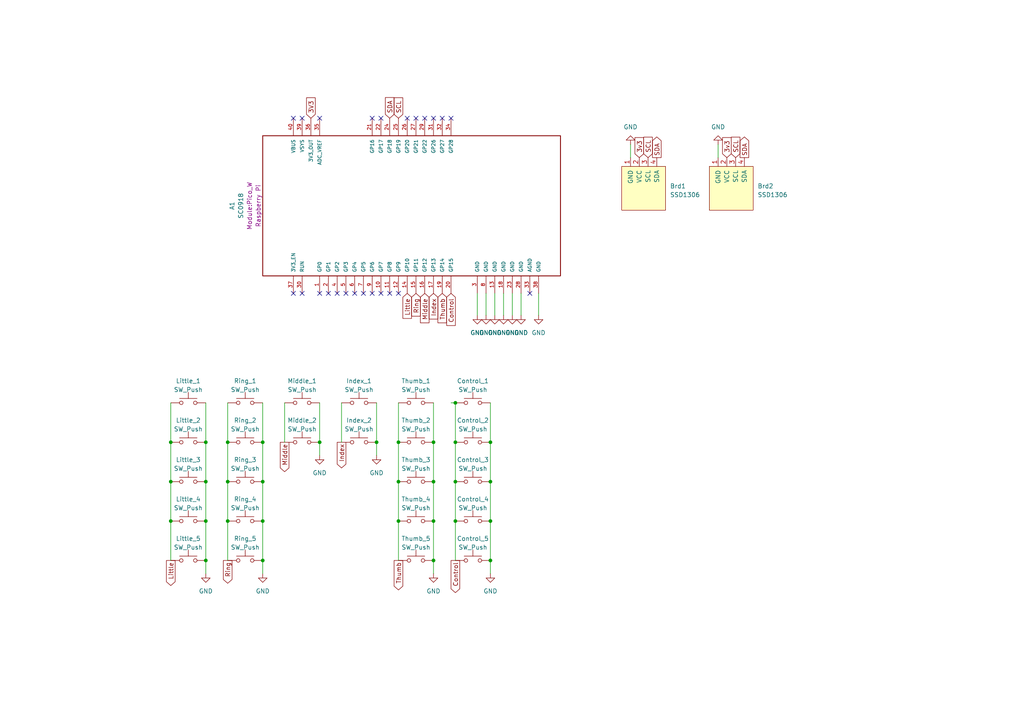
<source format=kicad_sch>
(kicad_sch (version 20230121) (generator eeschema)
  (paper "A4")
  (title_block (title "Blue Chords Keyboard") (date "2023-05-23") (rev "2.0") (company "Rob Miles"))
  (lib_symbols
    (symbol "PICO:SC0918" (pin_names (offset 1.016))
      (property "Reference" "A1" (at 0 58.42 0))
      (property "Value" "SC0918" (at 0 55.88 0))
      (property "Footprint" "Raspberry Pi.pretty:MODULE_SC0918" (at -12.7 -46.99 0))
      (property "manufacturer" "Raspberry Pi" (at 0 53.34 0))
      (symbol "SC0918_0_0"
        (rectangle (start -20.32 -43.18) (end 20.32 43.18) (stroke (width 0.254)))
        (pin bidirectional line (at -25.4 26.67 0) (length 5.08) (name "GP0") (number "1"))
        (pin bidirectional line (at -25.4 8.89 0) (length 5.08) (name "GP7") (number "10"))
        (pin bidirectional line (at -25.4 6.35 0) (length 5.08) (name "GP8") (number "11"))
        (pin bidirectional line (at -25.4 3.81 0) (length 5.08) (name "GP9") (number "12"))
        (pin power_in line (at -25.4 -24.13 0) (length 5.08) (name "GND") (number "13"))
        (pin bidirectional line (at -25.4 1.27 0) (length 5.08) (name "GP10") (number "14"))
        (pin bidirectional line (at -25.4 -1.27 0) (length 5.08) (name "GP11") (number "15"))
        (pin bidirectional line (at -25.4 -3.81 0) (length 5.08) (name "GP12") (number "16"))
        (pin bidirectional line (at -25.4 -6.35 0) (length 5.08) (name "GP13") (number "17"))
        (pin power_in line (at -25.4 -26.67 0) (length 5.08) (name "GND") (number "18"))
        (pin bidirectional line (at -25.4 -8.89 0) (length 5.08) (name "GP14") (number "19"))
        (pin bidirectional line (at -25.4 24.13 0) (length 5.08) (name "GP1") (number "2"))
        (pin bidirectional line (at -25.4 -11.43 0) (length 5.08) (name "GP15") (number "20"))
        (pin bidirectional line (at 25.4 11.43 180) (length 5.08) (name "GP16") (number "21"))
        (pin bidirectional line (at 25.4 8.89 180) (length 5.08) (name "GP17") (number "22"))
        (pin power_in line (at -25.4 -29.21 0) (length 5.08) (name "GND") (number "23"))
        (pin bidirectional line (at 25.4 6.35 180) (length 5.08) (name "GP18") (number "24"))
        (pin bidirectional line (at 25.4 3.81 180) (length 5.08) (name "GP19") (number "25"))
        (pin bidirectional line (at 25.4 1.27 180) (length 5.08) (name "GP20") (number "26"))
        (pin bidirectional line (at 25.4 -1.27 180) (length 5.08) (name "GP21") (number "27"))
        (pin power_in line (at -25.4 -31.75 0) (length 5.08) (name "GND") (number "28"))
        (pin bidirectional line (at 25.4 -3.81 180) (length 5.08) (name "GP22") (number "29"))
        (pin power_in line (at -25.4 -19.05 0) (length 5.08) (name "GND") (number "3"))
        (pin input line (at -25.4 31.75 0) (length 5.08) (name "RUN") (number "30"))
        (pin bidirectional line (at 25.4 -6.35 180) (length 5.08) (name "GP26") (number "31"))
        (pin bidirectional line (at 25.4 -8.89 180) (length 5.08) (name "GP27") (number "32"))
        (pin power_in line (at -25.4 -34.29 0) (length 5.08) (name "AGND") (number "33"))
        (pin bidirectional line (at 25.4 -11.43 180) (length 5.08) (name "GP28") (number "34"))
        (pin power_in line (at 25.4 26.67 180) (length 5.08) (name "ADC_VREF") (number "35"))
        (pin power_in line (at 25.4 29.21 180) (length 5.08) (name "3V3_OUT") (number "36"))
        (pin input line (at -25.4 34.29 0) (length 5.08) (name "3V3_EN") (number "37"))
        (pin power_in line (at -25.4 -36.83 0) (length 5.08) (name "GND") (number "38"))
        (pin free line (at 25.4 31.75 180) (length 5.08) (name "VSYS") (number "39"))
        (pin bidirectional line (at -25.4 21.59 0) (length 5.08) (name "GP2") (number "4"))
        (pin free line (at 25.4 34.29 180) (length 5.08) (name "VBUS") (number "40"))
        (pin bidirectional line (at -25.4 19.05 0) (length 5.08) (name "GP3") (number "5"))
        (pin bidirectional line (at -25.4 16.51 0) (length 5.08) (name "GP4") (number "6"))
        (pin bidirectional line (at -25.4 13.97 0) (length 5.08) (name "GP5") (number "7"))
        (pin power_in line (at -25.4 -21.59 0) (length 5.08) (name "GND") (number "8"))
        (pin bidirectional line (at -25.4 11.43 0) (length 5.08) (name "GP6") (number "9"))
      )
    )
    (symbol "SSD1306-128x64_OLED:SSD1306" (pin_names (offset 1.016))
      (property "Reference" "Brd" (at 0 -3.81 0))
      (property "Value" "SSD1306" (at 0 -1.27 0))
      (symbol "SSD1306_0_1"
        (rectangle (start -6.35 6.35) (end 6.35 -6.35) (fill (type background)))
      )
      (symbol "SSD1306_1_1"
        (pin input line (at -3.81 8.89 270) (length 2.54) (name "GND") (number "1"))
        (pin input line (at -1.27 8.89 270) (length 2.54) (name "VCC") (number "2"))
        (pin input line (at 1.27 8.89 270) (length 2.54) (name "SCL") (number "3"))
        (pin input line (at 3.81 8.89 270) (length 2.54) (name "SDA") (number "4"))
      )
    )
    (symbol "Switch:SW_Push" (pin_numbers hide) (pin_names (offset 1.016) hide)
      (property "Reference" "SW" (at 1.27 2.54 0))
      (property "Value" "SW_Push" (at 0 -1.524 0))
      (symbol "SW_Push_0_1"
        (circle (center -2.032 0) (radius 0.508))
        (polyline (pts (xy 0 1.27) (xy 0 3.048)))
        (polyline (pts (xy 2.54 1.27) (xy -2.54 1.27)))
        (circle (center 2.032 0) (radius 0.508))
        (pin passive line (at -5.08 0 0) (length 2.54) (name "1") (number "1"))
        (pin passive line (at 5.08 0 180) (length 2.54) (name "2") (number "2"))
      )
    )
    (symbol "power:GND" (power) (pin_names (offset 0))
      (property "Value" "GND" (at 0 -3.81 0))
      (symbol "GND_0_1"
        (polyline (pts (xy 0 0) (xy 0 -1.27) (xy 1.27 -1.27) (xy 0 -2.54) (xy -1.27 -1.27) (xy 0 -1.27)))
      )
      (symbol "GND_1_1"
        (pin power_in line (at 0 0 270) (length 0) hide (name "GND") (number "1"))
      )
    )
  )
  (junction (at 76.2 162.56))
  (junction (at 115.57 128.27))
  (junction (at 66.04 151.13))
  (junction (at 142.24 139.7))
  (junction (at 59.69 162.56))
  (junction (at 125.73 162.56))
  (junction (at 115.57 151.13))
  (junction (at 66.04 128.27))
  (junction (at 59.69 128.27))
  (junction (at 109.22 128.27))
  (junction (at 132.08 151.13))
  (junction (at 76.2 151.13))
  (junction (at 59.69 151.13))
  (junction (at 76.2 139.7))
  (junction (at 66.04 139.7))
  (junction (at 76.2 128.27))
  (junction (at 59.69 139.7))
  (junction (at 92.71 128.27))
  (junction (at 142.24 162.56))
  (junction (at 49.53 151.13))
  (junction (at 125.73 139.7))
  (junction (at 125.73 151.13))
  (junction (at 132.08 128.27))
  (junction (at 132.08 116.84))
  (junction (at 142.24 151.13))
  (junction (at 115.57 139.7))
  (junction (at 142.24 128.27))
  (junction (at 49.53 128.27))
  (junction (at 49.53 139.7))
  (junction (at 125.73 128.27))
  (junction (at 132.08 139.7))
  (no_connect (at 102.87 85.09))
  (no_connect (at 125.73 34.29))
  (no_connect (at 128.27 34.29))
  (no_connect (at 92.71 34.29))
  (no_connect (at 87.63 85.09))
  (no_connect (at 107.95 34.29))
  (no_connect (at 110.49 85.09))
  (no_connect (at 105.41 85.09))
  (no_connect (at 95.25 85.09))
  (no_connect (at 153.67 85.09))
  (no_connect (at 100.33 85.09))
  (no_connect (at 92.71 85.09))
  (no_connect (at 113.03 85.09))
  (no_connect (at 85.09 34.29))
  (no_connect (at 130.81 34.29))
  (no_connect (at 110.49 34.29))
  (no_connect (at 85.09 85.09))
  (no_connect (at 107.95 85.09))
  (no_connect (at 87.63 34.29))
  (no_connect (at 97.79 85.09))
  (no_connect (at 118.11 34.29))
  (no_connect (at 120.65 34.29))
  (no_connect (at 123.19 34.29))
  (no_connect (at 115.57 85.09))
  (wire (pts (xy 132.08 116.84) (xy 132.08 128.27)))
  (wire (pts (xy 66.04 151.13) (xy 66.04 162.56)))
  (wire (pts (xy 59.69 151.13) (xy 59.69 162.56)))
  (wire (pts (xy 109.22 128.27) (xy 109.22 132.08)))
  (wire (pts (xy 115.57 151.13) (xy 115.57 162.56)))
  (wire (pts (xy 125.73 151.13) (xy 125.73 162.56)))
  (wire (pts (xy 115.57 139.7) (xy 115.57 151.13)))
  (wire (pts (xy 109.22 116.84) (xy 109.22 128.27)))
  (wire (pts (xy 138.43 85.09) (xy 138.43 91.44)))
  (wire (pts (xy 142.24 151.13) (xy 142.24 162.56)))
  (wire (pts (xy 142.24 162.56) (xy 142.24 166.37)))
  (wire (pts (xy 182.88 45.72) (xy 182.88 41.91)))
  (wire (pts (xy 49.53 151.13) (xy 49.53 162.56)))
  (wire (pts (xy 49.53 116.84) (xy 49.53 128.27)))
  (wire (pts (xy 82.55 116.84) (xy 82.55 128.27)))
  (wire (pts (xy 59.69 116.84) (xy 59.69 128.27)))
  (wire (pts (xy 76.2 151.13) (xy 76.2 162.56)))
  (wire (pts (xy 92.71 116.84) (xy 92.71 128.27)))
  (wire (pts (xy 76.2 139.7) (xy 76.2 151.13)))
  (wire (pts (xy 99.06 116.84) (xy 99.06 128.27)))
  (wire (pts (xy 140.97 85.09) (xy 140.97 91.44)))
  (wire (pts (xy 148.59 85.09) (xy 148.59 91.44)))
  (wire (pts (xy 115.57 116.84) (xy 115.57 128.27)))
  (wire (pts (xy 76.2 128.27) (xy 76.2 139.7)))
  (wire (pts (xy 132.08 128.27) (xy 132.08 139.7)))
  (wire (pts (xy 92.71 128.27) (xy 92.71 132.08)))
  (wire (pts (xy 125.73 162.56) (xy 125.73 166.37)))
  (wire (pts (xy 125.73 128.27) (xy 125.73 139.7)))
  (wire (pts (xy 66.04 139.7) (xy 66.04 151.13)))
  (wire (pts (xy 59.69 162.56) (xy 59.69 166.37)))
  (wire (pts (xy 115.57 128.27) (xy 115.57 139.7)))
  (wire (pts (xy 76.2 162.56) (xy 76.2 166.37)))
  (wire (pts (xy 142.24 139.7) (xy 142.24 151.13)))
  (wire (pts (xy 59.69 139.7) (xy 59.69 151.13)))
  (wire (pts (xy 125.73 139.7) (xy 125.73 151.13)))
  (wire (pts (xy 143.51 85.09) (xy 143.51 91.44)))
  (wire (pts (xy 156.21 85.09) (xy 156.21 91.44)))
  (wire (pts (xy 142.24 116.84) (xy 142.24 128.27)))
  (wire (pts (xy 59.69 128.27) (xy 59.69 139.7)))
  (wire (pts (xy 76.2 116.84) (xy 76.2 128.27)))
  (wire (pts (xy 146.05 85.09) (xy 146.05 91.44)))
  (wire (pts (xy 66.04 128.27) (xy 66.04 139.7)))
  (wire (pts (xy 132.08 151.13) (xy 132.08 162.56)))
  (wire (pts (xy 49.53 128.27) (xy 49.53 139.7)))
  (wire (pts (xy 208.28 45.72) (xy 208.28 41.91)))
  (wire (pts (xy 125.73 116.84) (xy 125.73 128.27)))
  (wire (pts (xy 49.53 139.7) (xy 49.53 151.13)))
  (wire (pts (xy 151.13 85.09) (xy 151.13 91.44)))
  (wire (pts (xy 66.04 116.84) (xy 66.04 128.27)))
  (wire (pts (xy 130.81 116.84) (xy 132.08 116.84)))
  (wire (pts (xy 132.08 139.7) (xy 132.08 151.13)))
  (wire (pts (xy 142.24 128.27) (xy 142.24 139.7)))
  (global_label "Ring" (shape output) (at 66.04 162.56 270) (property "Intersheetrefs" "${INTERSHEET_REFS}" (effects hide)))
  (global_label "SCL" (shape input) (at 213.36 45.72 90) (property "Intersheetrefs" "${INTERSHEET_REFS}" (effects hide)))
  (global_label "Thumb" (shape output) (at 115.57 162.56 270) (property "Intersheetrefs" "${INTERSHEET_REFS}" (effects hide)))
  (global_label "Middle" (shape input) (at 123.19 85.09 270) (property "Intersheetrefs" "${INTERSHEET_REFS}" (effects hide)))
  (global_label "Thumb" (shape input) (at 128.27 85.09 270) (property "Intersheetrefs" "${INTERSHEET_REFS}" (effects hide)))
  (global_label "Ring" (shape input) (at 120.65 85.09 270) (property "Intersheetrefs" "${INTERSHEET_REFS}" (effects hide)))
  (global_label "Little" (shape input) (at 118.11 85.09 270) (property "Intersheetrefs" "${INTERSHEET_REFS}" (effects hide)))
  (global_label "Control" (shape output) (at 132.08 162.56 270) (property "Intersheetrefs" "${INTERSHEET_REFS}" (effects hide)))
  (global_label "Middle" (shape output) (at 82.55 128.27 270) (property "Intersheetrefs" "${INTERSHEET_REFS}" (effects hide)))
  (global_label "3v3" (shape input) (at 185.42 45.72 90) (property "Intersheetrefs" "${INTERSHEET_REFS}" (effects hide)))
  (global_label "Control" (shape input) (at 130.81 85.09 270) (property "Intersheetrefs" "${INTERSHEET_REFS}" (effects hide)))
  (global_label "SCL" (shape input) (at 187.96 45.72 90) (property "Intersheetrefs" "${INTERSHEET_REFS}" (effects hide)))
  (global_label "3v3" (shape input) (at 210.82 45.72 90) (property "Intersheetrefs" "${INTERSHEET_REFS}" (effects hide)))
  (global_label "Index" (shape input) (at 125.73 85.09 270) (property "Intersheetrefs" "${INTERSHEET_REFS}" (effects hide)))
  (global_label "SCL" (shape input) (at 115.57 34.29 90) (property "Intersheetrefs" "${INTERSHEET_REFS}" (effects hide)))
  (global_label "3V3" (shape input) (at 90.17 34.29 90) (property "Intersheetrefs" "${INTERSHEET_REFS}" (effects hide)))
  (global_label "SDA" (shape output) (at 190.5 45.72 90) (property "Intersheetrefs" "${INTERSHEET_REFS}" (effects hide)))
  (global_label "SDA" (shape input) (at 113.03 34.29 90) (property "Intersheetrefs" "${INTERSHEET_REFS}" (effects hide)))
  (global_label "Little" (shape output) (at 49.53 162.56 270) (property "Intersheetrefs" "${INTERSHEET_REFS}" (effects hide)))
  (global_label "Index" (shape output) (at 99.06 128.27 270) (property "Intersheetrefs" "${INTERSHEET_REFS}" (effects hide)))
  (global_label "SDA" (shape output) (at 215.9 45.72 90) (property "Intersheetrefs" "${INTERSHEET_REFS}" (effects hide)))
  (symbol (lib_id "Switch:SW_Push") (at 104.14 116.84 0) (unit 1)
    (property "Reference" "Index_1" (at 104.14 110.49 0))
    (property "Value" "SW_Push" (at 104.14 113.03 0))
    (property "Footprint" "FlippedKeys:SW_Hotswap_Kailh_MX" (effects hide))
  )
  (symbol (lib_id "Switch:SW_Push") (at 87.63 128.27 0) (unit 1)
    (property "Reference" "Middle_2" (at 87.63 121.92 0))
    (property "Value" "SW_Push" (at 87.63 124.46 0))
    (property "Footprint" "FlippedKeys:SW_Hotswap_Kailh_MX" (effects hide))
  )
  (symbol (lib_id "Switch:SW_Push") (at 120.65 162.56 0) (unit 1)
    (property "Reference" "Thumb_5" (at 120.65 156.21 0))
    (property "Value" "SW_Push" (at 120.65 158.75 0))
    (property "Footprint" "FlippedKeys:SW_Hotswap_Kailh_MX" (effects hide))
  )
  (symbol (lib_id "Switch:SW_Push") (at 137.16 128.27 0) (unit 1)
    (property "Reference" "Control_2" (at 137.16 121.92 0))
    (property "Value" "SW_Push" (at 137.16 124.46 0))
    (property "Footprint" "FlippedKeys:SW_Hotswap_Kailh_MX" (effects hide))
  )
  (symbol (lib_id "Switch:SW_Push") (at 71.12 128.27 0) (unit 1)
    (property "Reference" "Ring_2" (at 71.12 121.92 0))
    (property "Value" "SW_Push" (at 71.12 124.46 0))
    (property "Footprint" "FlippedKeys:SW_Hotswap_Kailh_MX" (effects hide))
  )
  (symbol (lib_id "Switch:SW_Push") (at 71.12 116.84 0) (unit 1)
    (property "Reference" "Ring_1" (at 71.12 110.49 0))
    (property "Value" "SW_Push" (at 71.12 113.03 0))
    (property "Footprint" "FlippedKeys:SW_Hotswap_Kailh_MX" (effects hide))
  )
  (symbol (lib_id "Switch:SW_Push") (at 71.12 139.7 0) (unit 1)
    (property "Reference" "Ring_3" (at 71.12 133.35 0))
    (property "Value" "SW_Push" (at 71.12 135.89 0))
    (property "Footprint" "FlippedKeys:SW_Hotswap_Kailh_MX" (effects hide))
  )
  (symbol (lib_id "Switch:SW_Push") (at 137.16 162.56 0) (unit 1)
    (property "Reference" "Control_5" (at 137.16 156.21 0))
    (property "Value" "SW_Push" (at 137.16 158.75 0))
    (property "Footprint" "FlippedKeys:SW_Hotswap_Kailh_MX" (effects hide))
  )
  (symbol (lib_id "power:GND") (at 208.28 41.91 180) (unit 1)
    (property "Reference" "#PWR015" (effects hide))
    (property "Value" "GND" (at 208.28 36.83 0))
  )
  (symbol (lib_id "Switch:SW_Push") (at 137.16 116.84 0) (unit 1)
    (property "Reference" "Control_1" (at 137.16 110.49 0))
    (property "Value" "SW_Push" (at 137.16 113.03 0))
    (property "Footprint" "FlippedKeys:SW_Hotswap_Kailh_MX" (effects hide))
  )
  (symbol (lib_id "power:GND") (at 151.13 91.44 0) (unit 1)
    (property "Reference" "#PWR08" (effects hide))
    (property "Value" "GND" (at 151.13 96.52 0))
  )
  (symbol (lib_id "Switch:SW_Push") (at 120.65 139.7 0) (unit 1)
    (property "Reference" "Thumb_3" (at 120.65 133.35 0))
    (property "Value" "SW_Push" (at 120.65 135.89 0))
    (property "Footprint" "FlippedKeys:SW_Hotswap_Kailh_MX" (effects hide))
  )
  (symbol (lib_id "Switch:SW_Push") (at 54.61 162.56 0) (unit 1)
    (property "Reference" "Little_5" (at 54.61 156.21 0))
    (property "Value" "SW_Push" (at 54.61 158.75 0))
    (property "Footprint" "FlippedKeys:SW_Hotswap_Kailh_MX" (effects hide))
  )
  (symbol (lib_id "Switch:SW_Push") (at 87.63 116.84 0) (unit 1)
    (property "Reference" "Middle_1" (at 87.63 110.49 0))
    (property "Value" "SW_Push" (at 87.63 113.03 0))
    (property "Footprint" "FlippedKeys:SW_Hotswap_Kailh_MX" (effects hide))
  )
  (symbol (lib_id "Switch:SW_Push") (at 120.65 116.84 0) (unit 1)
    (property "Reference" "Thumb_1" (at 120.65 110.49 0))
    (property "Value" "SW_Push" (at 120.65 113.03 0))
    (property "Footprint" "FlippedKeys:SW_Hotswap_Kailh_MX" (effects hide))
  )
  (symbol (lib_id "Switch:SW_Push") (at 71.12 151.13 0) (unit 1)
    (property "Reference" "Ring_4" (at 71.12 144.78 0))
    (property "Value" "SW_Push" (at 71.12 147.32 0))
    (property "Footprint" "FlippedKeys:SW_Hotswap_Kailh_MX" (effects hide))
  )
  (symbol (lib_id "Switch:SW_Push") (at 71.12 162.56 0) (unit 1)
    (property "Reference" "Ring_5" (at 71.12 156.21 0))
    (property "Value" "SW_Push" (at 71.12 158.75 0))
    (property "Footprint" "FlippedKeys:SW_Hotswap_Kailh_MX" (effects hide))
  )
  (symbol (lib_id "Switch:SW_Push") (at 54.61 116.84 0) (unit 1)
    (property "Reference" "Little_1" (at 54.61 110.49 0))
    (property "Value" "SW_Push" (at 54.61 113.03 0))
    (property "Footprint" "FlippedKeys:SW_Hotswap_Kailh_MX" (effects hide))
  )
  (symbol (lib_id "Switch:SW_Push") (at 120.65 151.13 0) (unit 1)
    (property "Reference" "Thumb_4" (at 120.65 144.78 0))
    (property "Value" "SW_Push" (at 120.65 147.32 0))
    (property "Footprint" "FlippedKeys:SW_Hotswap_Kailh_MX" (effects hide))
  )
  (symbol (lib_id "power:GND") (at 142.24 166.37 0) (unit 1)
    (property "Reference" "#PWR07" (effects hide))
    (property "Value" "GND" (at 142.24 171.45 0))
  )
  (symbol (lib_id "power:GND") (at 92.71 132.08 0) (unit 1)
    (property "Reference" "#PWR04" (effects hide))
    (property "Value" "GND" (at 92.71 137.16 0))
  )
  (symbol (lib_id "power:GND") (at 182.88 41.91 180) (unit 1)
    (property "Reference" "#PWR014" (effects hide))
    (property "Value" "GND" (at 182.88 36.83 0))
  )
  (symbol (lib_id "power:GND") (at 125.73 166.37 0) (unit 1)
    (property "Reference" "#PWR06" (effects hide))
    (property "Value" "GND" (at 125.73 171.45 0))
  )
  (symbol (lib_id "power:GND") (at 109.22 132.08 0) (unit 1)
    (property "Reference" "#PWR05" (effects hide))
    (property "Value" "GND" (at 109.22 137.16 0))
  )
  (symbol (lib_id "power:GND") (at 138.43 91.44 0) (unit 1)
    (property "Reference" "#PWR013" (effects hide))
    (property "Value" "GND" (at 138.43 96.52 0))
  )
  (symbol (lib_id "power:GND") (at 148.59 91.44 0) (unit 1)
    (property "Reference" "#PWR09" (effects hide))
    (property "Value" "GND" (at 148.59 96.52 0))
  )
  (symbol (lib_id "PICO:SC0918") (at 119.38 59.69 90) (unit 1)
    (property "Reference" "A1" (at 67.31 59.69 0))
    (property "Value" "SC0918" (at 69.85 59.69 0))
    (property "Footprint" "Module:Pico_W" (at 72.39 59.69 0))
    (property "Datasheet" "https://datasheets.raspberrypi.com/picow/pico-w-datasheet.pdf" (effects hide))
    (property "manufacturer" "Raspberry Pi" (at 74.93 59.69 0))
    (property "P/N" "SC0918" (effects hide))
    (property "PARTREV" "1.6" (effects hide))
    (property "MAXIMUM_PACKAGE_HEIGHT" "3.73mm" (effects hide))
  )
  (symbol (lib_id "power:GND") (at 156.21 91.44 0) (unit 1)
    (property "Reference" "#PWR01" (effects hide))
    (property "Value" "GND" (at 156.21 96.52 0))
  )
  (symbol (lib_id "power:GND") (at 76.2 166.37 0) (unit 1)
    (property "Reference" "#PWR03" (effects hide))
    (property "Value" "GND" (at 76.2 171.45 0))
  )
  (symbol (lib_id "Switch:SW_Push") (at 54.61 128.27 0) (unit 1)
    (property "Reference" "Little_2" (at 54.61 121.92 0))
    (property "Value" "SW_Push" (at 54.61 124.46 0))
    (property "Footprint" "FlippedKeys:SW_Hotswap_Kailh_MX" (effects hide))
  )
  (symbol (lib_id "power:GND") (at 59.69 166.37 0) (unit 1)
    (property "Reference" "#PWR02" (effects hide))
    (property "Value" "GND" (at 59.69 171.45 0))
  )
  (symbol (lib_id "Switch:SW_Push") (at 104.14 128.27 0) (unit 1)
    (property "Reference" "Index_2" (at 104.14 121.92 0))
    (property "Value" "SW_Push" (at 104.14 124.46 0))
    (property "Footprint" "FlippedKeys:SW_Hotswap_Kailh_MX" (effects hide))
  )
  (symbol (lib_id "SSD1306-128x64_OLED:SSD1306") (at 186.69 54.61 0) (unit 1)
    (property "Reference" "Brd1" (at 194.31 53.975 0) (effects (justify left)))
    (property "Value" "SSD1306" (at 194.31 56.515 0) (effects (justify left)))
    (property "Footprint" "RobsStuff:128x64OLED" (effects hide))
  )
  (symbol (lib_id "power:GND") (at 143.51 91.44 0) (unit 1)
    (property "Reference" "#PWR011" (effects hide))
    (property "Value" "GND" (at 143.51 96.52 0))
  )
  (symbol (lib_id "Switch:SW_Push") (at 120.65 128.27 0) (unit 1)
    (property "Reference" "Thumb_2" (at 120.65 121.92 0))
    (property "Value" "SW_Push" (at 120.65 124.46 0))
    (property "Footprint" "FlippedKeys:SW_Hotswap_Kailh_MX" (effects hide))
  )
  (symbol (lib_id "Switch:SW_Push") (at 54.61 139.7 0) (unit 1)
    (property "Reference" "Little_3" (at 54.61 133.35 0))
    (property "Value" "SW_Push" (at 54.61 135.89 0))
    (property "Footprint" "FlippedKeys:SW_Hotswap_Kailh_MX" (effects hide))
  )
  (symbol (lib_id "SSD1306-128x64_OLED:SSD1306") (at 212.09 54.61 0) (unit 1)
    (property "Reference" "Brd2" (at 219.71 53.975 0) (effects (justify left)))
    (property "Value" "SSD1306" (at 219.71 56.515 0) (effects (justify left)))
    (property "Footprint" "RobsStuff:128x64OLED" (effects hide))
  )
  (symbol (lib_id "Switch:SW_Push") (at 137.16 139.7 0) (unit 1)
    (property "Reference" "Control_3" (at 137.16 133.35 0))
    (property "Value" "SW_Push" (at 137.16 135.89 0))
    (property "Footprint" "FlippedKeys:SW_Hotswap_Kailh_MX" (effects hide))
  )
  (symbol (lib_id "power:GND") (at 146.05 91.44 0) (unit 1)
    (property "Reference" "#PWR010" (effects hide))
    (property "Value" "GND" (at 146.05 96.52 0))
  )
  (symbol (lib_id "power:GND") (at 140.97 91.44 0) (unit 1)
    (property "Reference" "#PWR012" (effects hide))
    (property "Value" "GND" (at 140.97 96.52 0))
  )
  (symbol (lib_id "Switch:SW_Push") (at 54.61 151.13 0) (unit 1)
    (property "Reference" "Little_4" (at 54.61 144.78 0))
    (property "Value" "SW_Push" (at 54.61 147.32 0))
    (property "Footprint" "FlippedKeys:SW_Hotswap_Kailh_MX" (effects hide))
  )
  (symbol (lib_id "Switch:SW_Push") (at 137.16 151.13 0) (unit 1)
    (property "Reference" "Control_4" (at 137.16 144.78 0))
    (property "Value" "SW_Push" (at 137.16 147.32 0))
    (property "Footprint" "FlippedKeys:SW_Hotswap_Kailh_MX" (effects hide))
  )
)
</source>
